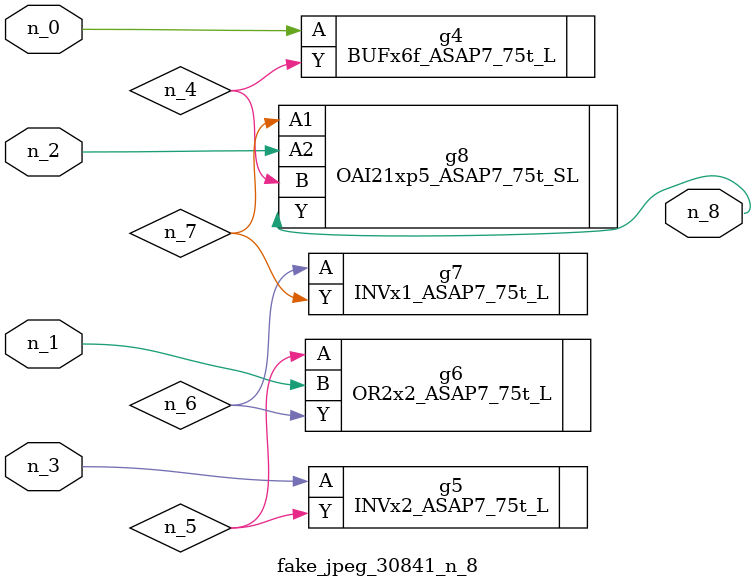
<source format=v>
module fake_jpeg_30841_n_8 (n_0, n_3, n_2, n_1, n_8);

input n_0;
input n_3;
input n_2;
input n_1;

output n_8;

wire n_4;
wire n_6;
wire n_5;
wire n_7;

BUFx6f_ASAP7_75t_L g4 ( 
.A(n_0),
.Y(n_4)
);

INVx2_ASAP7_75t_L g5 ( 
.A(n_3),
.Y(n_5)
);

OR2x2_ASAP7_75t_L g6 ( 
.A(n_5),
.B(n_1),
.Y(n_6)
);

INVx1_ASAP7_75t_L g7 ( 
.A(n_6),
.Y(n_7)
);

OAI21xp5_ASAP7_75t_SL g8 ( 
.A1(n_7),
.A2(n_2),
.B(n_4),
.Y(n_8)
);


endmodule
</source>
